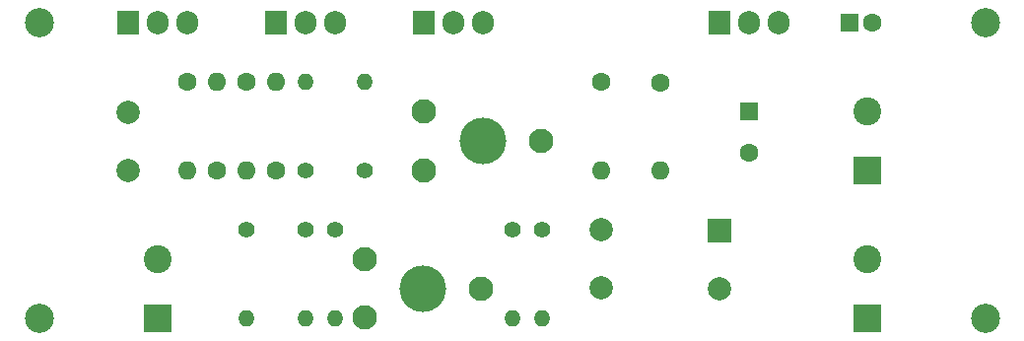
<source format=gts>
G04 #@! TF.GenerationSoftware,KiCad,Pcbnew,7.0.5*
G04 #@! TF.CreationDate,2023-06-03T16:25:12+02:00*
G04 #@! TF.ProjectId,avt2464,61767432-3436-4342-9e6b-696361645f70,rev?*
G04 #@! TF.SameCoordinates,Original*
G04 #@! TF.FileFunction,Soldermask,Top*
G04 #@! TF.FilePolarity,Negative*
%FSLAX46Y46*%
G04 Gerber Fmt 4.6, Leading zero omitted, Abs format (unit mm)*
G04 Created by KiCad (PCBNEW 7.0.5) date 2023-06-03 16:25:12*
%MOMM*%
%LPD*%
G01*
G04 APERTURE LIST*
%ADD10C,1.400000*%
%ADD11O,1.400000X1.400000*%
%ADD12C,1.600000*%
%ADD13O,1.600000X1.600000*%
%ADD14C,4.000000*%
%ADD15C,2.100000*%
%ADD16C,2.000000*%
%ADD17R,2.400000X2.400000*%
%ADD18C,2.400000*%
%ADD19R,1.600000X1.600000*%
%ADD20C,2.500000*%
%ADD21R,1.905000X2.000000*%
%ADD22O,1.905000X2.000000*%
%ADD23R,2.000000X2.000000*%
G04 APERTURE END LIST*
D10*
X45720000Y-40640000D03*
D11*
X45720000Y-48260000D03*
D12*
X38100000Y-27940000D03*
D13*
X38100000Y-35560000D03*
D12*
X73660000Y-28060000D03*
D13*
X73660000Y-35560000D03*
D14*
X53260000Y-45680000D03*
D15*
X48260000Y-43180000D03*
X48260000Y-48180000D03*
X58260000Y-45680000D03*
D16*
X27940000Y-35560000D03*
X27940000Y-30560000D03*
D10*
X43180000Y-40640000D03*
D11*
X43180000Y-48260000D03*
D12*
X40640000Y-35560000D03*
D13*
X40640000Y-27940000D03*
D10*
X43180000Y-35560000D03*
D11*
X43180000Y-27940000D03*
D12*
X68580000Y-27940000D03*
D13*
X68580000Y-35560000D03*
D17*
X30480000Y-48260000D03*
D18*
X30480000Y-43180000D03*
D19*
X81280000Y-30520000D03*
D12*
X81280000Y-34020000D03*
X35560000Y-35560000D03*
D13*
X35560000Y-27940000D03*
D20*
X101600000Y-48260000D03*
X101600000Y-22860000D03*
D10*
X48260000Y-35560000D03*
D11*
X48260000Y-27940000D03*
D17*
X91440000Y-48260000D03*
D18*
X91440000Y-43180000D03*
D21*
X27940000Y-22860000D03*
D22*
X30480000Y-22860000D03*
X33020000Y-22860000D03*
D16*
X68580000Y-40640000D03*
X68580000Y-45640000D03*
D17*
X91440000Y-35560000D03*
D18*
X91440000Y-30480000D03*
D12*
X33020000Y-27940000D03*
D13*
X33020000Y-35560000D03*
D21*
X53340000Y-22860000D03*
D22*
X55880000Y-22860000D03*
X58420000Y-22860000D03*
D20*
X20320000Y-22860000D03*
D21*
X40640000Y-22860000D03*
D22*
X43180000Y-22860000D03*
X45720000Y-22860000D03*
D10*
X63500000Y-40640000D03*
D11*
X63500000Y-48260000D03*
D19*
X89940000Y-22860000D03*
D12*
X91940000Y-22860000D03*
D10*
X38100000Y-40640000D03*
D11*
X38100000Y-48260000D03*
D14*
X58420000Y-33020000D03*
D15*
X53420000Y-30520000D03*
X53420000Y-35520000D03*
X63420000Y-33020000D03*
D23*
X78740000Y-40720000D03*
D16*
X78740000Y-45720000D03*
D20*
X20320000Y-48260000D03*
D10*
X60960000Y-40640000D03*
D11*
X60960000Y-48260000D03*
D21*
X78740000Y-22860000D03*
D22*
X81280000Y-22860000D03*
X83820000Y-22860000D03*
M02*

</source>
